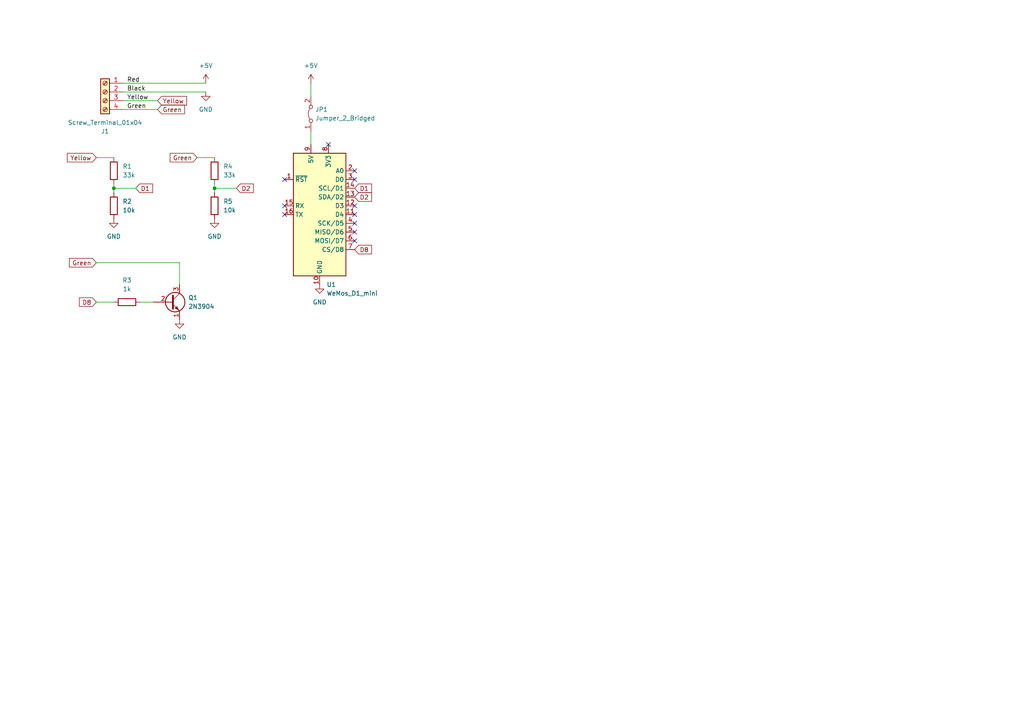
<source format=kicad_sch>
(kicad_sch (version 20211123) (generator eeschema)
  (paper "A4")
  (lib_symbols
    (symbol "Connector:Screw_Terminal_01x04" (pin_names (offset 1.016) hide)
      (property "Reference" "J" (at 0 5.08 0))
      (property "Value" "Screw_Terminal_01x04" (at 0 -7.62 0))
      (symbol "Screw_Terminal_01x04_1_1"
        (rectangle (start -1.27 3.81) (end 1.27 -6.35) (stroke (width 0.254)) (fill (type background)))
        (circle (center 0 -5.08) (radius 0.635) (stroke (width 0.1524)))
        (circle (center 0 -2.54) (radius 0.635) (stroke (width 0.1524)))
        (polyline (pts (xy -0.5334 -4.7498) (xy 0.3302 -5.588)) (stroke (width 0.1524)))
        (polyline (pts (xy -0.5334 -2.2098) (xy 0.3302 -3.048)) (stroke (width 0.1524)))
        (polyline (pts (xy -0.5334 0.3302) (xy 0.3302 -0.508)) (stroke (width 0.1524)))
        (polyline (pts (xy -0.5334 2.8702) (xy 0.3302 2.032)) (stroke (width 0.1524)))
        (polyline (pts (xy -0.3556 -4.572) (xy 0.508 -5.4102)) (stroke (width 0.1524)))
        (polyline (pts (xy -0.3556 -2.032) (xy 0.508 -2.8702)) (stroke (width 0.1524)))
        (polyline (pts (xy -0.3556 0.508) (xy 0.508 -0.3302)) (stroke (width 0.1524)))
        (polyline (pts (xy -0.3556 3.048) (xy 0.508 2.2098)) (stroke (width 0.1524)))
        (circle (center 0 0) (radius 0.635) (stroke (width 0.1524)))
        (circle (center 0 2.54) (radius 0.635) (stroke (width 0.1524)))
        (pin passive line (at -5.08 2.54 0) (length 3.81) (name "Pin_1") (number "1"))
        (pin passive line (at -5.08 0 0) (length 3.81) (name "Pin_2") (number "2"))
        (pin passive line (at -5.08 -2.54 0) (length 3.81) (name "Pin_3") (number "3"))
        (pin passive line (at -5.08 -5.08 0) (length 3.81) (name "Pin_4") (number "4"))
      )
    )
    (symbol "Device:R" (pin_numbers hide) (pin_names (offset 0))
      (property "Reference" "R" (at 2.032 0 90))
      (property "Value" "R" (at 0 0 90))
      (symbol "R_0_1"
        (rectangle (start -1.016 -2.54) (end 1.016 2.54) (stroke (width 0.254)))
      )
      (symbol "R_1_1"
        (pin passive line (at 0 3.81 270) (length 1.27) (name "~") (number "1"))
        (pin passive line (at 0 -3.81 90) (length 1.27) (name "~") (number "2"))
      )
    )
    (symbol "Jumper:Jumper_2_Bridged" (pin_names (offset 0) hide)
      (property "Reference" "JP" (at 0 1.905 0))
      (property "Value" "Jumper_2_Bridged" (at 0 -2.54 0))
      (symbol "Jumper_2_Bridged_0_0"
        (circle (center -2.032 0) (radius 0.508))
        (circle (center 2.032 0) (radius 0.508))
      )
      (symbol "Jumper_2_Bridged_0_1"
        (arc (start 1.524 0.254) (mid 0 0.762) (end -1.524 0.254))
      )
      (symbol "Jumper_2_Bridged_1_1"
        (pin passive line (at -5.08 0 0) (length 2.54) (name "A") (number "1"))
        (pin passive line (at 5.08 0 180) (length 2.54) (name "B") (number "2"))
      )
    )
    (symbol "MCU_Module:WeMos_D1_mini"
      (property "Reference" "U" (at 3.81 19.05 0))
      (property "Value" "WeMos_D1_mini" (at 1.27 -19.05 0))
      (symbol "WeMos_D1_mini_1_1"
        (rectangle (start -7.62 17.78) (end 7.62 -17.78) (stroke (width 0.254)) (fill (type background)))
        (pin input line (at -10.16 10.16 0) (length 2.54) (name "~{RST}") (number "1"))
        (pin power_in line (at 0 -20.32 90) (length 2.54) (name "GND") (number "10"))
        (pin bidirectional line (at 10.16 0 180) (length 2.54) (name "D4") (number "11"))
        (pin bidirectional line (at 10.16 2.54 180) (length 2.54) (name "D3") (number "12"))
        (pin bidirectional line (at 10.16 5.08 180) (length 2.54) (name "SDA/D2") (number "13"))
        (pin bidirectional line (at 10.16 7.62 180) (length 2.54) (name "SCL/D1") (number "14"))
        (pin input line (at -10.16 2.54 0) (length 2.54) (name "RX") (number "15"))
        (pin output line (at -10.16 0 0) (length 2.54) (name "TX") (number "16"))
        (pin input line (at 10.16 12.7 180) (length 2.54) (name "A0") (number "2"))
        (pin bidirectional line (at 10.16 10.16 180) (length 2.54) (name "D0") (number "3"))
        (pin bidirectional line (at 10.16 -2.54 180) (length 2.54) (name "SCK/D5") (number "4"))
        (pin bidirectional line (at 10.16 -5.08 180) (length 2.54) (name "MISO/D6") (number "5"))
        (pin bidirectional line (at 10.16 -7.62 180) (length 2.54) (name "MOSI/D7") (number "6"))
        (pin bidirectional line (at 10.16 -10.16 180) (length 2.54) (name "CS/D8") (number "7"))
        (pin power_out line (at 2.54 20.32 270) (length 2.54) (name "3V3") (number "8"))
        (pin power_in line (at -2.54 20.32 270) (length 2.54) (name "5V") (number "9"))
      )
    )
    (symbol "Transistor_BJT:2N3904" (pin_names (offset 0) hide)
      (property "Reference" "Q" (at 5.08 1.905 0))
      (property "Value" "2N3904" (at 5.08 0 0))
      (symbol "2N3904_0_1"
        (polyline (pts (xy 0.635 0.635) (xy 2.54 2.54)))
        (polyline (pts (xy 0.635 -0.635) (xy 2.54 -2.54) (xy 2.54 -2.54)))
        (polyline (pts (xy 0.635 1.905) (xy 0.635 -1.905) (xy 0.635 -1.905)) (stroke (width 0.508)))
        (polyline (pts (xy 1.27 -1.778) (xy 1.778 -1.27) (xy 2.286 -2.286) (xy 1.27 -1.778) (xy 1.27 -1.778)) (fill (type outline)))
        (circle (center 1.27 0) (radius 2.8194) (stroke (width 0.254)))
      )
      (symbol "2N3904_1_1"
        (pin passive line (at 2.54 -5.08 90) (length 2.54) (name "E") (number "1"))
        (pin passive line (at -5.08 0 0) (length 5.715) (name "B") (number "2"))
        (pin passive line (at 2.54 5.08 270) (length 2.54) (name "C") (number "3"))
      )
    )
    (symbol "power:+5V" (power) (pin_names (offset 0))
      (property "Value" "+5V" (at 0 3.556 0))
      (symbol "+5V_0_1"
        (polyline (pts (xy -0.762 1.27) (xy 0 2.54)))
        (polyline (pts (xy 0 0) (xy 0 2.54)))
        (polyline (pts (xy 0 2.54) (xy 0.762 1.27)))
      )
      (symbol "+5V_1_1"
        (pin power_in line (at 0 0 90) (length 0) hide (name "+5V") (number "1"))
      )
    )
    (symbol "power:GND" (power) (pin_names (offset 0))
      (property "Value" "GND" (at 0 -3.81 0))
      (symbol "GND_0_1"
        (polyline (pts (xy 0 0) (xy 0 -1.27) (xy 1.27 -1.27) (xy 0 -2.54) (xy -1.27 -1.27) (xy 0 -1.27)))
      )
      (symbol "GND_1_1"
        (pin power_in line (at 0 0 270) (length 0) hide (name "GND") (number "1"))
      )
    )
  )
  (junction (at 33.02 54.61))
  (junction (at 62.23 54.61))
  (no_connect (at 82.55 62.23))
  (no_connect (at 95.25 41.91))
  (no_connect (at 102.87 69.85))
  (no_connect (at 82.55 59.69))
  (no_connect (at 102.87 59.69))
  (no_connect (at 102.87 52.07))
  (no_connect (at 102.87 62.23))
  (no_connect (at 102.87 64.77))
  (no_connect (at 102.87 49.53))
  (no_connect (at 102.87 67.31))
  (no_connect (at 82.55 52.07))
  (wire (pts (xy 62.23 54.61) (xy 62.23 55.88)))
  (wire (pts (xy 35.56 29.21) (xy 45.72 29.21)))
  (wire (pts (xy 57.15 45.72) (xy 62.23 45.72)))
  (wire (pts (xy 35.56 31.75) (xy 45.72 31.75)))
  (wire (pts (xy 27.94 76.2) (xy 52.07 76.2)))
  (wire (pts (xy 33.02 54.61) (xy 39.37 54.61)))
  (wire (pts (xy 52.07 76.2) (xy 52.07 82.55)))
  (wire (pts (xy 62.23 54.61) (xy 68.58 54.61)))
  (wire (pts (xy 90.17 38.1) (xy 90.17 41.91)))
  (wire (pts (xy 33.02 54.61) (xy 33.02 55.88)))
  (wire (pts (xy 62.23 53.34) (xy 62.23 54.61)))
  (wire (pts (xy 35.56 24.13) (xy 59.69 24.13)))
  (wire (pts (xy 27.94 45.72) (xy 33.02 45.72)))
  (wire (pts (xy 33.02 53.34) (xy 33.02 54.61)))
  (wire (pts (xy 35.56 26.67) (xy 59.69 26.67)))
  (wire (pts (xy 40.64 87.63) (xy 44.45 87.63)))
  (wire (pts (xy 90.17 24.13) (xy 90.17 27.94)))
  (wire (pts (xy 27.94 87.63) (xy 33.02 87.63)))
  (label "Red" (at 36.83 24.13 0))
  (label "Green" (at 36.83 31.75 0))
  (label "Black" (at 36.83 26.67 0))
  (label "Yellow" (at 36.83 29.21 0))
  (global_label "D8" (shape input) (at 102.87 72.39 0) (property "Intersheet References" "${INTERSHEET_REFS}" (effects hide)))
  (global_label "Green" (shape input) (at 57.15 45.72 180) (property "Intersheet References" "${INTERSHEET_REFS}" (effects hide)))
  (global_label "D2" (shape input) (at 68.58 54.61 0) (property "Intersheet References" "${INTERSHEET_REFS}" (effects hide)))
  (global_label "D1" (shape input) (at 102.87 54.61 0) (property "Intersheet References" "${INTERSHEET_REFS}" (effects hide)))
  (global_label "Yellow" (shape input) (at 45.72 29.21 0) (property "Intersheet References" "${INTERSHEET_REFS}" (effects hide)))
  (global_label "D8" (shape input) (at 27.94 87.63 180) (property "Intersheet References" "${INTERSHEET_REFS}" (effects hide)))
  (global_label "D2" (shape input) (at 102.87 57.15 0) (property "Intersheet References" "${INTERSHEET_REFS}" (effects hide)))
  (global_label "D1" (shape input) (at 39.37 54.61 0) (property "Intersheet References" "${INTERSHEET_REFS}" (effects hide)))
  (global_label "Green" (shape input) (at 27.94 76.2 180) (property "Intersheet References" "${INTERSHEET_REFS}" (effects hide)))
  (global_label "Yellow" (shape input) (at 27.94 45.72 180) (property "Intersheet References" "${INTERSHEET_REFS}" (effects hide)))
  (global_label "Green" (shape input) (at 45.72 31.75 0) (property "Intersheet References" "${INTERSHEET_REFS}" (effects hide)))
  (symbol (lib_id "Device:R") (at 33.02 59.69 0) (unit 1)
    (property "Reference" "R2" (at 35.56 58.4199 0) (effects (justify left)))
    (property "Value" "10k" (at 35.56 60.9599 0) (effects (justify left)))
    (property "Footprint" "Resistor_SMD:R_1206_3216Metric_Pad1.30x1.75mm_HandSolder" (effects hide))
  )
  (symbol (lib_id "Connector:Screw_Terminal_01x04") (at 30.48 26.67 0) (mirror y) (unit 1)
    (property "Reference" "J1" (at 30.48 38.1 0))
    (property "Value" "Screw_Terminal_01x04" (at 30.48 35.56 0))
    (property "Footprint" "TerminalBlock_Phoenix:TerminalBlock_Phoenix_MKDS-1,5-4-5.08_1x04_P5.08mm_Horizontal" (effects hide))
  )
  (symbol (lib_id "Device:R") (at 62.23 49.53 0) (unit 1)
    (property "Reference" "R4" (at 64.77 48.2599 0) (effects (justify left)))
    (property "Value" "33k" (at 64.77 50.7999 0) (effects (justify left)))
    (property "Footprint" "Resistor_SMD:R_1206_3216Metric_Pad1.30x1.75mm_HandSolder" (effects hide))
  )
  (symbol (lib_id "power:GND") (at 33.02 63.5 0) (unit 1)
    (property "Reference" "#PWR01" (effects hide))
    (property "Value" "GND" (at 33.02 68.58 0))
  )
  (symbol (lib_id "power:+5V") (at 59.69 24.13 0) (unit 1)
    (property "Reference" "#PWR03" (effects hide))
    (property "Value" "+5V" (at 59.69 19.05 0))
  )
  (symbol (lib_id "Jumper:Jumper_2_Bridged") (at 90.17 33.02 90) (unit 1)
    (property "Reference" "JP1" (at 91.44 31.7499 90) (effects (justify right)))
    (property "Value" "Jumper_2_Bridged" (at 91.44 34.2899 90) (effects (justify right)))
    (property "Footprint" "Connector_PinHeader_2.54mm:PinHeader_1x02_P2.54mm_Vertical" (effects hide))
  )
  (symbol (lib_id "MCU_Module:WeMos_D1_mini") (at 92.71 62.23 0) (unit 1)
    (property "Reference" "U1" (at 94.7294 82.55 0) (effects (justify left)))
    (property "Value" "WeMos_D1_mini" (at 94.7294 85.09 0) (effects (justify left)))
    (property "Footprint" "Module:WEMOS_D1_mini_light" (effects hide))
    (property "Datasheet" "https://wiki.wemos.cc/products:d1:d1_mini#documentation" (effects hide))
  )
  (symbol (lib_id "power:GND") (at 59.69 26.67 0) (unit 1)
    (property "Reference" "#PWR04" (effects hide))
    (property "Value" "GND" (at 59.69 31.75 0))
  )
  (symbol (lib_id "power:GND") (at 52.07 92.71 0) (unit 1)
    (property "Reference" "#PWR02" (effects hide))
    (property "Value" "GND" (at 52.07 97.79 0))
  )
  (symbol (lib_id "power:GND") (at 62.23 63.5 0) (unit 1)
    (property "Reference" "#PWR05" (effects hide))
    (property "Value" "GND" (at 62.23 68.58 0))
  )
  (symbol (lib_id "Device:R") (at 36.83 87.63 90) (unit 1)
    (property "Reference" "R3" (at 36.83 81.28 90))
    (property "Value" "1k" (at 36.83 83.82 90))
    (property "Footprint" "Resistor_SMD:R_1206_3216Metric_Pad1.30x1.75mm_HandSolder" (effects hide))
  )
  (symbol (lib_id "power:+5V") (at 90.17 24.13 0) (unit 1)
    (property "Reference" "#PWR06" (effects hide))
    (property "Value" "+5V" (at 90.17 19.05 0))
  )
  (symbol (lib_id "Transistor_BJT:2N3904") (at 49.53 87.63 0) (unit 1)
    (property "Reference" "Q1" (at 54.61 86.3599 0) (effects (justify left)))
    (property "Value" "2N3904" (at 54.61 88.8999 0) (effects (justify left)))
    (property "Footprint" "Package_TO_SOT_THT:TO-92_Inline" (effects hide))
    (property "Datasheet" "https://www.onsemi.com/pub/Collateral/2N3903-D.PDF" (effects hide))
  )
  (symbol (lib_id "power:GND") (at 92.71 82.55 0) (unit 1)
    (property "Reference" "#PWR07" (effects hide))
    (property "Value" "GND" (at 92.71 87.63 0))
  )
  (symbol (lib_id "Device:R") (at 33.02 49.53 0) (unit 1)
    (property "Reference" "R1" (at 35.56 48.2599 0) (effects (justify left)))
    (property "Value" "33k" (at 35.56 50.7999 0) (effects (justify left)))
    (property "Footprint" "Resistor_SMD:R_1206_3216Metric_Pad1.30x1.75mm_HandSolder" (effects hide))
  )
  (symbol (lib_id "Device:R") (at 62.23 59.69 0) (unit 1)
    (property "Reference" "R5" (at 64.77 58.4199 0) (effects (justify left)))
    (property "Value" "10k" (at 64.77 60.9599 0) (effects (justify left)))
    (property "Footprint" "Resistor_SMD:R_1206_3216Metric_Pad1.30x1.75mm_HandSolder" (effects hide))
  )
)
</source>
